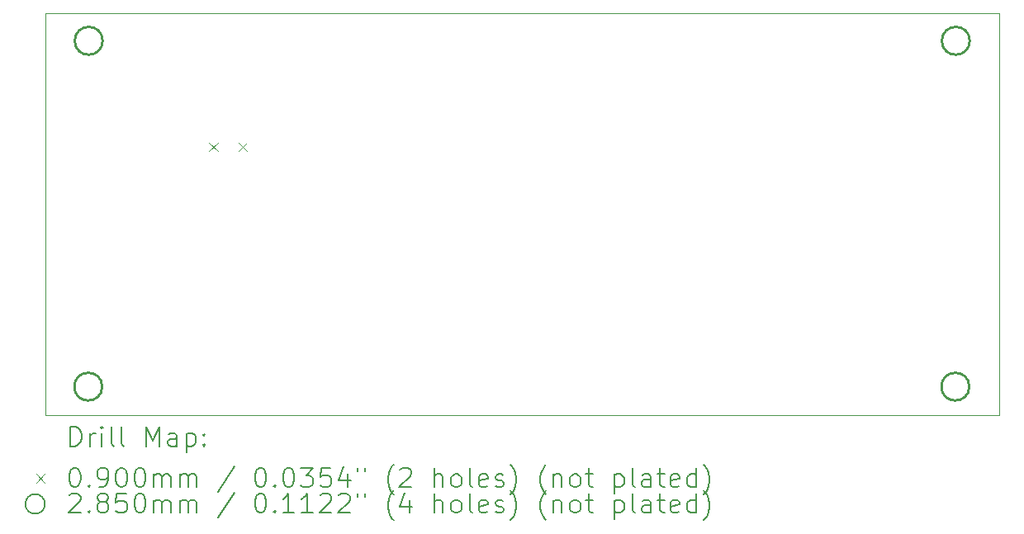
<source format=gbr>
%TF.GenerationSoftware,KiCad,Pcbnew,8.0.6-8.0.6-0~ubuntu24.04.1*%
%TF.CreationDate,2024-11-30T23:26:55+01:00*%
%TF.ProjectId,qlexternal512kram_MIX,716c6578-7465-4726-9e61-6c3531326b72,3*%
%TF.SameCoordinates,Original*%
%TF.FileFunction,Drillmap*%
%TF.FilePolarity,Positive*%
%FSLAX45Y45*%
G04 Gerber Fmt 4.5, Leading zero omitted, Abs format (unit mm)*
G04 Created by KiCad (PCBNEW 8.0.6-8.0.6-0~ubuntu24.04.1) date 2024-11-30 23:26:55*
%MOMM*%
%LPD*%
G01*
G04 APERTURE LIST*
%ADD10C,0.100000*%
%ADD11C,0.200000*%
%ADD12C,0.285000*%
G04 APERTURE END LIST*
D10*
X9280500Y-5237500D02*
X19059500Y-5237500D01*
X19059500Y-9366500D01*
X9280500Y-9366500D01*
X9280500Y-5237500D01*
D11*
D10*
X10959000Y-6568500D02*
X11049000Y-6658500D01*
X11049000Y-6568500D02*
X10959000Y-6658500D01*
X11259000Y-6568500D02*
X11349000Y-6658500D01*
X11349000Y-6568500D02*
X11259000Y-6658500D01*
D12*
X9862500Y-9072000D02*
G75*
G02*
X9577500Y-9072000I-142500J0D01*
G01*
X9577500Y-9072000D02*
G75*
G02*
X9862500Y-9072000I142500J0D01*
G01*
X9867500Y-5524500D02*
G75*
G02*
X9582500Y-5524500I-142500J0D01*
G01*
X9582500Y-5524500D02*
G75*
G02*
X9867500Y-5524500I142500J0D01*
G01*
X18752500Y-9072000D02*
G75*
G02*
X18467500Y-9072000I-142500J0D01*
G01*
X18467500Y-9072000D02*
G75*
G02*
X18752500Y-9072000I142500J0D01*
G01*
X18757500Y-5524500D02*
G75*
G02*
X18472500Y-5524500I-142500J0D01*
G01*
X18472500Y-5524500D02*
G75*
G02*
X18757500Y-5524500I142500J0D01*
G01*
D11*
X9536277Y-9682984D02*
X9536277Y-9482984D01*
X9536277Y-9482984D02*
X9583896Y-9482984D01*
X9583896Y-9482984D02*
X9612467Y-9492508D01*
X9612467Y-9492508D02*
X9631515Y-9511555D01*
X9631515Y-9511555D02*
X9641039Y-9530603D01*
X9641039Y-9530603D02*
X9650563Y-9568698D01*
X9650563Y-9568698D02*
X9650563Y-9597270D01*
X9650563Y-9597270D02*
X9641039Y-9635365D01*
X9641039Y-9635365D02*
X9631515Y-9654412D01*
X9631515Y-9654412D02*
X9612467Y-9673460D01*
X9612467Y-9673460D02*
X9583896Y-9682984D01*
X9583896Y-9682984D02*
X9536277Y-9682984D01*
X9736277Y-9682984D02*
X9736277Y-9549650D01*
X9736277Y-9587746D02*
X9745801Y-9568698D01*
X9745801Y-9568698D02*
X9755324Y-9559174D01*
X9755324Y-9559174D02*
X9774372Y-9549650D01*
X9774372Y-9549650D02*
X9793420Y-9549650D01*
X9860086Y-9682984D02*
X9860086Y-9549650D01*
X9860086Y-9482984D02*
X9850563Y-9492508D01*
X9850563Y-9492508D02*
X9860086Y-9502031D01*
X9860086Y-9502031D02*
X9869610Y-9492508D01*
X9869610Y-9492508D02*
X9860086Y-9482984D01*
X9860086Y-9482984D02*
X9860086Y-9502031D01*
X9983896Y-9682984D02*
X9964848Y-9673460D01*
X9964848Y-9673460D02*
X9955324Y-9654412D01*
X9955324Y-9654412D02*
X9955324Y-9482984D01*
X10088658Y-9682984D02*
X10069610Y-9673460D01*
X10069610Y-9673460D02*
X10060086Y-9654412D01*
X10060086Y-9654412D02*
X10060086Y-9482984D01*
X10317229Y-9682984D02*
X10317229Y-9482984D01*
X10317229Y-9482984D02*
X10383896Y-9625841D01*
X10383896Y-9625841D02*
X10450563Y-9482984D01*
X10450563Y-9482984D02*
X10450563Y-9682984D01*
X10631515Y-9682984D02*
X10631515Y-9578222D01*
X10631515Y-9578222D02*
X10621991Y-9559174D01*
X10621991Y-9559174D02*
X10602944Y-9549650D01*
X10602944Y-9549650D02*
X10564848Y-9549650D01*
X10564848Y-9549650D02*
X10545801Y-9559174D01*
X10631515Y-9673460D02*
X10612467Y-9682984D01*
X10612467Y-9682984D02*
X10564848Y-9682984D01*
X10564848Y-9682984D02*
X10545801Y-9673460D01*
X10545801Y-9673460D02*
X10536277Y-9654412D01*
X10536277Y-9654412D02*
X10536277Y-9635365D01*
X10536277Y-9635365D02*
X10545801Y-9616317D01*
X10545801Y-9616317D02*
X10564848Y-9606793D01*
X10564848Y-9606793D02*
X10612467Y-9606793D01*
X10612467Y-9606793D02*
X10631515Y-9597270D01*
X10726753Y-9549650D02*
X10726753Y-9749650D01*
X10726753Y-9559174D02*
X10745801Y-9549650D01*
X10745801Y-9549650D02*
X10783896Y-9549650D01*
X10783896Y-9549650D02*
X10802944Y-9559174D01*
X10802944Y-9559174D02*
X10812467Y-9568698D01*
X10812467Y-9568698D02*
X10821991Y-9587746D01*
X10821991Y-9587746D02*
X10821991Y-9644889D01*
X10821991Y-9644889D02*
X10812467Y-9663936D01*
X10812467Y-9663936D02*
X10802944Y-9673460D01*
X10802944Y-9673460D02*
X10783896Y-9682984D01*
X10783896Y-9682984D02*
X10745801Y-9682984D01*
X10745801Y-9682984D02*
X10726753Y-9673460D01*
X10907705Y-9663936D02*
X10917229Y-9673460D01*
X10917229Y-9673460D02*
X10907705Y-9682984D01*
X10907705Y-9682984D02*
X10898182Y-9673460D01*
X10898182Y-9673460D02*
X10907705Y-9663936D01*
X10907705Y-9663936D02*
X10907705Y-9682984D01*
X10907705Y-9559174D02*
X10917229Y-9568698D01*
X10917229Y-9568698D02*
X10907705Y-9578222D01*
X10907705Y-9578222D02*
X10898182Y-9568698D01*
X10898182Y-9568698D02*
X10907705Y-9559174D01*
X10907705Y-9559174D02*
X10907705Y-9578222D01*
D10*
X9185500Y-9966500D02*
X9275500Y-10056500D01*
X9275500Y-9966500D02*
X9185500Y-10056500D01*
D11*
X9574372Y-9902984D02*
X9593420Y-9902984D01*
X9593420Y-9902984D02*
X9612467Y-9912508D01*
X9612467Y-9912508D02*
X9621991Y-9922031D01*
X9621991Y-9922031D02*
X9631515Y-9941079D01*
X9631515Y-9941079D02*
X9641039Y-9979174D01*
X9641039Y-9979174D02*
X9641039Y-10026793D01*
X9641039Y-10026793D02*
X9631515Y-10064889D01*
X9631515Y-10064889D02*
X9621991Y-10083936D01*
X9621991Y-10083936D02*
X9612467Y-10093460D01*
X9612467Y-10093460D02*
X9593420Y-10102984D01*
X9593420Y-10102984D02*
X9574372Y-10102984D01*
X9574372Y-10102984D02*
X9555324Y-10093460D01*
X9555324Y-10093460D02*
X9545801Y-10083936D01*
X9545801Y-10083936D02*
X9536277Y-10064889D01*
X9536277Y-10064889D02*
X9526753Y-10026793D01*
X9526753Y-10026793D02*
X9526753Y-9979174D01*
X9526753Y-9979174D02*
X9536277Y-9941079D01*
X9536277Y-9941079D02*
X9545801Y-9922031D01*
X9545801Y-9922031D02*
X9555324Y-9912508D01*
X9555324Y-9912508D02*
X9574372Y-9902984D01*
X9726753Y-10083936D02*
X9736277Y-10093460D01*
X9736277Y-10093460D02*
X9726753Y-10102984D01*
X9726753Y-10102984D02*
X9717229Y-10093460D01*
X9717229Y-10093460D02*
X9726753Y-10083936D01*
X9726753Y-10083936D02*
X9726753Y-10102984D01*
X9831515Y-10102984D02*
X9869610Y-10102984D01*
X9869610Y-10102984D02*
X9888658Y-10093460D01*
X9888658Y-10093460D02*
X9898182Y-10083936D01*
X9898182Y-10083936D02*
X9917229Y-10055365D01*
X9917229Y-10055365D02*
X9926753Y-10017270D01*
X9926753Y-10017270D02*
X9926753Y-9941079D01*
X9926753Y-9941079D02*
X9917229Y-9922031D01*
X9917229Y-9922031D02*
X9907705Y-9912508D01*
X9907705Y-9912508D02*
X9888658Y-9902984D01*
X9888658Y-9902984D02*
X9850563Y-9902984D01*
X9850563Y-9902984D02*
X9831515Y-9912508D01*
X9831515Y-9912508D02*
X9821991Y-9922031D01*
X9821991Y-9922031D02*
X9812467Y-9941079D01*
X9812467Y-9941079D02*
X9812467Y-9988698D01*
X9812467Y-9988698D02*
X9821991Y-10007746D01*
X9821991Y-10007746D02*
X9831515Y-10017270D01*
X9831515Y-10017270D02*
X9850563Y-10026793D01*
X9850563Y-10026793D02*
X9888658Y-10026793D01*
X9888658Y-10026793D02*
X9907705Y-10017270D01*
X9907705Y-10017270D02*
X9917229Y-10007746D01*
X9917229Y-10007746D02*
X9926753Y-9988698D01*
X10050563Y-9902984D02*
X10069610Y-9902984D01*
X10069610Y-9902984D02*
X10088658Y-9912508D01*
X10088658Y-9912508D02*
X10098182Y-9922031D01*
X10098182Y-9922031D02*
X10107705Y-9941079D01*
X10107705Y-9941079D02*
X10117229Y-9979174D01*
X10117229Y-9979174D02*
X10117229Y-10026793D01*
X10117229Y-10026793D02*
X10107705Y-10064889D01*
X10107705Y-10064889D02*
X10098182Y-10083936D01*
X10098182Y-10083936D02*
X10088658Y-10093460D01*
X10088658Y-10093460D02*
X10069610Y-10102984D01*
X10069610Y-10102984D02*
X10050563Y-10102984D01*
X10050563Y-10102984D02*
X10031515Y-10093460D01*
X10031515Y-10093460D02*
X10021991Y-10083936D01*
X10021991Y-10083936D02*
X10012467Y-10064889D01*
X10012467Y-10064889D02*
X10002944Y-10026793D01*
X10002944Y-10026793D02*
X10002944Y-9979174D01*
X10002944Y-9979174D02*
X10012467Y-9941079D01*
X10012467Y-9941079D02*
X10021991Y-9922031D01*
X10021991Y-9922031D02*
X10031515Y-9912508D01*
X10031515Y-9912508D02*
X10050563Y-9902984D01*
X10241039Y-9902984D02*
X10260086Y-9902984D01*
X10260086Y-9902984D02*
X10279134Y-9912508D01*
X10279134Y-9912508D02*
X10288658Y-9922031D01*
X10288658Y-9922031D02*
X10298182Y-9941079D01*
X10298182Y-9941079D02*
X10307705Y-9979174D01*
X10307705Y-9979174D02*
X10307705Y-10026793D01*
X10307705Y-10026793D02*
X10298182Y-10064889D01*
X10298182Y-10064889D02*
X10288658Y-10083936D01*
X10288658Y-10083936D02*
X10279134Y-10093460D01*
X10279134Y-10093460D02*
X10260086Y-10102984D01*
X10260086Y-10102984D02*
X10241039Y-10102984D01*
X10241039Y-10102984D02*
X10221991Y-10093460D01*
X10221991Y-10093460D02*
X10212467Y-10083936D01*
X10212467Y-10083936D02*
X10202944Y-10064889D01*
X10202944Y-10064889D02*
X10193420Y-10026793D01*
X10193420Y-10026793D02*
X10193420Y-9979174D01*
X10193420Y-9979174D02*
X10202944Y-9941079D01*
X10202944Y-9941079D02*
X10212467Y-9922031D01*
X10212467Y-9922031D02*
X10221991Y-9912508D01*
X10221991Y-9912508D02*
X10241039Y-9902984D01*
X10393420Y-10102984D02*
X10393420Y-9969650D01*
X10393420Y-9988698D02*
X10402944Y-9979174D01*
X10402944Y-9979174D02*
X10421991Y-9969650D01*
X10421991Y-9969650D02*
X10450563Y-9969650D01*
X10450563Y-9969650D02*
X10469610Y-9979174D01*
X10469610Y-9979174D02*
X10479134Y-9998222D01*
X10479134Y-9998222D02*
X10479134Y-10102984D01*
X10479134Y-9998222D02*
X10488658Y-9979174D01*
X10488658Y-9979174D02*
X10507705Y-9969650D01*
X10507705Y-9969650D02*
X10536277Y-9969650D01*
X10536277Y-9969650D02*
X10555325Y-9979174D01*
X10555325Y-9979174D02*
X10564848Y-9998222D01*
X10564848Y-9998222D02*
X10564848Y-10102984D01*
X10660086Y-10102984D02*
X10660086Y-9969650D01*
X10660086Y-9988698D02*
X10669610Y-9979174D01*
X10669610Y-9979174D02*
X10688658Y-9969650D01*
X10688658Y-9969650D02*
X10717229Y-9969650D01*
X10717229Y-9969650D02*
X10736277Y-9979174D01*
X10736277Y-9979174D02*
X10745801Y-9998222D01*
X10745801Y-9998222D02*
X10745801Y-10102984D01*
X10745801Y-9998222D02*
X10755325Y-9979174D01*
X10755325Y-9979174D02*
X10774372Y-9969650D01*
X10774372Y-9969650D02*
X10802944Y-9969650D01*
X10802944Y-9969650D02*
X10821991Y-9979174D01*
X10821991Y-9979174D02*
X10831515Y-9998222D01*
X10831515Y-9998222D02*
X10831515Y-10102984D01*
X11221991Y-9893460D02*
X11050563Y-10150603D01*
X11479134Y-9902984D02*
X11498182Y-9902984D01*
X11498182Y-9902984D02*
X11517229Y-9912508D01*
X11517229Y-9912508D02*
X11526753Y-9922031D01*
X11526753Y-9922031D02*
X11536277Y-9941079D01*
X11536277Y-9941079D02*
X11545801Y-9979174D01*
X11545801Y-9979174D02*
X11545801Y-10026793D01*
X11545801Y-10026793D02*
X11536277Y-10064889D01*
X11536277Y-10064889D02*
X11526753Y-10083936D01*
X11526753Y-10083936D02*
X11517229Y-10093460D01*
X11517229Y-10093460D02*
X11498182Y-10102984D01*
X11498182Y-10102984D02*
X11479134Y-10102984D01*
X11479134Y-10102984D02*
X11460086Y-10093460D01*
X11460086Y-10093460D02*
X11450563Y-10083936D01*
X11450563Y-10083936D02*
X11441039Y-10064889D01*
X11441039Y-10064889D02*
X11431515Y-10026793D01*
X11431515Y-10026793D02*
X11431515Y-9979174D01*
X11431515Y-9979174D02*
X11441039Y-9941079D01*
X11441039Y-9941079D02*
X11450563Y-9922031D01*
X11450563Y-9922031D02*
X11460086Y-9912508D01*
X11460086Y-9912508D02*
X11479134Y-9902984D01*
X11631515Y-10083936D02*
X11641039Y-10093460D01*
X11641039Y-10093460D02*
X11631515Y-10102984D01*
X11631515Y-10102984D02*
X11621991Y-10093460D01*
X11621991Y-10093460D02*
X11631515Y-10083936D01*
X11631515Y-10083936D02*
X11631515Y-10102984D01*
X11764848Y-9902984D02*
X11783896Y-9902984D01*
X11783896Y-9902984D02*
X11802944Y-9912508D01*
X11802944Y-9912508D02*
X11812467Y-9922031D01*
X11812467Y-9922031D02*
X11821991Y-9941079D01*
X11821991Y-9941079D02*
X11831515Y-9979174D01*
X11831515Y-9979174D02*
X11831515Y-10026793D01*
X11831515Y-10026793D02*
X11821991Y-10064889D01*
X11821991Y-10064889D02*
X11812467Y-10083936D01*
X11812467Y-10083936D02*
X11802944Y-10093460D01*
X11802944Y-10093460D02*
X11783896Y-10102984D01*
X11783896Y-10102984D02*
X11764848Y-10102984D01*
X11764848Y-10102984D02*
X11745801Y-10093460D01*
X11745801Y-10093460D02*
X11736277Y-10083936D01*
X11736277Y-10083936D02*
X11726753Y-10064889D01*
X11726753Y-10064889D02*
X11717229Y-10026793D01*
X11717229Y-10026793D02*
X11717229Y-9979174D01*
X11717229Y-9979174D02*
X11726753Y-9941079D01*
X11726753Y-9941079D02*
X11736277Y-9922031D01*
X11736277Y-9922031D02*
X11745801Y-9912508D01*
X11745801Y-9912508D02*
X11764848Y-9902984D01*
X11898182Y-9902984D02*
X12021991Y-9902984D01*
X12021991Y-9902984D02*
X11955325Y-9979174D01*
X11955325Y-9979174D02*
X11983896Y-9979174D01*
X11983896Y-9979174D02*
X12002944Y-9988698D01*
X12002944Y-9988698D02*
X12012467Y-9998222D01*
X12012467Y-9998222D02*
X12021991Y-10017270D01*
X12021991Y-10017270D02*
X12021991Y-10064889D01*
X12021991Y-10064889D02*
X12012467Y-10083936D01*
X12012467Y-10083936D02*
X12002944Y-10093460D01*
X12002944Y-10093460D02*
X11983896Y-10102984D01*
X11983896Y-10102984D02*
X11926753Y-10102984D01*
X11926753Y-10102984D02*
X11907706Y-10093460D01*
X11907706Y-10093460D02*
X11898182Y-10083936D01*
X12202944Y-9902984D02*
X12107706Y-9902984D01*
X12107706Y-9902984D02*
X12098182Y-9998222D01*
X12098182Y-9998222D02*
X12107706Y-9988698D01*
X12107706Y-9988698D02*
X12126753Y-9979174D01*
X12126753Y-9979174D02*
X12174372Y-9979174D01*
X12174372Y-9979174D02*
X12193420Y-9988698D01*
X12193420Y-9988698D02*
X12202944Y-9998222D01*
X12202944Y-9998222D02*
X12212467Y-10017270D01*
X12212467Y-10017270D02*
X12212467Y-10064889D01*
X12212467Y-10064889D02*
X12202944Y-10083936D01*
X12202944Y-10083936D02*
X12193420Y-10093460D01*
X12193420Y-10093460D02*
X12174372Y-10102984D01*
X12174372Y-10102984D02*
X12126753Y-10102984D01*
X12126753Y-10102984D02*
X12107706Y-10093460D01*
X12107706Y-10093460D02*
X12098182Y-10083936D01*
X12383896Y-9969650D02*
X12383896Y-10102984D01*
X12336277Y-9893460D02*
X12288658Y-10036317D01*
X12288658Y-10036317D02*
X12412467Y-10036317D01*
X12479134Y-9902984D02*
X12479134Y-9941079D01*
X12555325Y-9902984D02*
X12555325Y-9941079D01*
X12850563Y-10179174D02*
X12841039Y-10169650D01*
X12841039Y-10169650D02*
X12821991Y-10141079D01*
X12821991Y-10141079D02*
X12812468Y-10122031D01*
X12812468Y-10122031D02*
X12802944Y-10093460D01*
X12802944Y-10093460D02*
X12793420Y-10045841D01*
X12793420Y-10045841D02*
X12793420Y-10007746D01*
X12793420Y-10007746D02*
X12802944Y-9960127D01*
X12802944Y-9960127D02*
X12812468Y-9931555D01*
X12812468Y-9931555D02*
X12821991Y-9912508D01*
X12821991Y-9912508D02*
X12841039Y-9883936D01*
X12841039Y-9883936D02*
X12850563Y-9874412D01*
X12917229Y-9922031D02*
X12926753Y-9912508D01*
X12926753Y-9912508D02*
X12945801Y-9902984D01*
X12945801Y-9902984D02*
X12993420Y-9902984D01*
X12993420Y-9902984D02*
X13012468Y-9912508D01*
X13012468Y-9912508D02*
X13021991Y-9922031D01*
X13021991Y-9922031D02*
X13031515Y-9941079D01*
X13031515Y-9941079D02*
X13031515Y-9960127D01*
X13031515Y-9960127D02*
X13021991Y-9988698D01*
X13021991Y-9988698D02*
X12907706Y-10102984D01*
X12907706Y-10102984D02*
X13031515Y-10102984D01*
X13269610Y-10102984D02*
X13269610Y-9902984D01*
X13355325Y-10102984D02*
X13355325Y-9998222D01*
X13355325Y-9998222D02*
X13345801Y-9979174D01*
X13345801Y-9979174D02*
X13326753Y-9969650D01*
X13326753Y-9969650D02*
X13298182Y-9969650D01*
X13298182Y-9969650D02*
X13279134Y-9979174D01*
X13279134Y-9979174D02*
X13269610Y-9988698D01*
X13479134Y-10102984D02*
X13460087Y-10093460D01*
X13460087Y-10093460D02*
X13450563Y-10083936D01*
X13450563Y-10083936D02*
X13441039Y-10064889D01*
X13441039Y-10064889D02*
X13441039Y-10007746D01*
X13441039Y-10007746D02*
X13450563Y-9988698D01*
X13450563Y-9988698D02*
X13460087Y-9979174D01*
X13460087Y-9979174D02*
X13479134Y-9969650D01*
X13479134Y-9969650D02*
X13507706Y-9969650D01*
X13507706Y-9969650D02*
X13526753Y-9979174D01*
X13526753Y-9979174D02*
X13536277Y-9988698D01*
X13536277Y-9988698D02*
X13545801Y-10007746D01*
X13545801Y-10007746D02*
X13545801Y-10064889D01*
X13545801Y-10064889D02*
X13536277Y-10083936D01*
X13536277Y-10083936D02*
X13526753Y-10093460D01*
X13526753Y-10093460D02*
X13507706Y-10102984D01*
X13507706Y-10102984D02*
X13479134Y-10102984D01*
X13660087Y-10102984D02*
X13641039Y-10093460D01*
X13641039Y-10093460D02*
X13631515Y-10074412D01*
X13631515Y-10074412D02*
X13631515Y-9902984D01*
X13812468Y-10093460D02*
X13793420Y-10102984D01*
X13793420Y-10102984D02*
X13755325Y-10102984D01*
X13755325Y-10102984D02*
X13736277Y-10093460D01*
X13736277Y-10093460D02*
X13726753Y-10074412D01*
X13726753Y-10074412D02*
X13726753Y-9998222D01*
X13726753Y-9998222D02*
X13736277Y-9979174D01*
X13736277Y-9979174D02*
X13755325Y-9969650D01*
X13755325Y-9969650D02*
X13793420Y-9969650D01*
X13793420Y-9969650D02*
X13812468Y-9979174D01*
X13812468Y-9979174D02*
X13821991Y-9998222D01*
X13821991Y-9998222D02*
X13821991Y-10017270D01*
X13821991Y-10017270D02*
X13726753Y-10036317D01*
X13898182Y-10093460D02*
X13917230Y-10102984D01*
X13917230Y-10102984D02*
X13955325Y-10102984D01*
X13955325Y-10102984D02*
X13974372Y-10093460D01*
X13974372Y-10093460D02*
X13983896Y-10074412D01*
X13983896Y-10074412D02*
X13983896Y-10064889D01*
X13983896Y-10064889D02*
X13974372Y-10045841D01*
X13974372Y-10045841D02*
X13955325Y-10036317D01*
X13955325Y-10036317D02*
X13926753Y-10036317D01*
X13926753Y-10036317D02*
X13907706Y-10026793D01*
X13907706Y-10026793D02*
X13898182Y-10007746D01*
X13898182Y-10007746D02*
X13898182Y-9998222D01*
X13898182Y-9998222D02*
X13907706Y-9979174D01*
X13907706Y-9979174D02*
X13926753Y-9969650D01*
X13926753Y-9969650D02*
X13955325Y-9969650D01*
X13955325Y-9969650D02*
X13974372Y-9979174D01*
X14050563Y-10179174D02*
X14060087Y-10169650D01*
X14060087Y-10169650D02*
X14079134Y-10141079D01*
X14079134Y-10141079D02*
X14088658Y-10122031D01*
X14088658Y-10122031D02*
X14098182Y-10093460D01*
X14098182Y-10093460D02*
X14107706Y-10045841D01*
X14107706Y-10045841D02*
X14107706Y-10007746D01*
X14107706Y-10007746D02*
X14098182Y-9960127D01*
X14098182Y-9960127D02*
X14088658Y-9931555D01*
X14088658Y-9931555D02*
X14079134Y-9912508D01*
X14079134Y-9912508D02*
X14060087Y-9883936D01*
X14060087Y-9883936D02*
X14050563Y-9874412D01*
X14412468Y-10179174D02*
X14402944Y-10169650D01*
X14402944Y-10169650D02*
X14383896Y-10141079D01*
X14383896Y-10141079D02*
X14374372Y-10122031D01*
X14374372Y-10122031D02*
X14364849Y-10093460D01*
X14364849Y-10093460D02*
X14355325Y-10045841D01*
X14355325Y-10045841D02*
X14355325Y-10007746D01*
X14355325Y-10007746D02*
X14364849Y-9960127D01*
X14364849Y-9960127D02*
X14374372Y-9931555D01*
X14374372Y-9931555D02*
X14383896Y-9912508D01*
X14383896Y-9912508D02*
X14402944Y-9883936D01*
X14402944Y-9883936D02*
X14412468Y-9874412D01*
X14488658Y-9969650D02*
X14488658Y-10102984D01*
X14488658Y-9988698D02*
X14498182Y-9979174D01*
X14498182Y-9979174D02*
X14517230Y-9969650D01*
X14517230Y-9969650D02*
X14545801Y-9969650D01*
X14545801Y-9969650D02*
X14564849Y-9979174D01*
X14564849Y-9979174D02*
X14574372Y-9998222D01*
X14574372Y-9998222D02*
X14574372Y-10102984D01*
X14698182Y-10102984D02*
X14679134Y-10093460D01*
X14679134Y-10093460D02*
X14669611Y-10083936D01*
X14669611Y-10083936D02*
X14660087Y-10064889D01*
X14660087Y-10064889D02*
X14660087Y-10007746D01*
X14660087Y-10007746D02*
X14669611Y-9988698D01*
X14669611Y-9988698D02*
X14679134Y-9979174D01*
X14679134Y-9979174D02*
X14698182Y-9969650D01*
X14698182Y-9969650D02*
X14726753Y-9969650D01*
X14726753Y-9969650D02*
X14745801Y-9979174D01*
X14745801Y-9979174D02*
X14755325Y-9988698D01*
X14755325Y-9988698D02*
X14764849Y-10007746D01*
X14764849Y-10007746D02*
X14764849Y-10064889D01*
X14764849Y-10064889D02*
X14755325Y-10083936D01*
X14755325Y-10083936D02*
X14745801Y-10093460D01*
X14745801Y-10093460D02*
X14726753Y-10102984D01*
X14726753Y-10102984D02*
X14698182Y-10102984D01*
X14821992Y-9969650D02*
X14898182Y-9969650D01*
X14850563Y-9902984D02*
X14850563Y-10074412D01*
X14850563Y-10074412D02*
X14860087Y-10093460D01*
X14860087Y-10093460D02*
X14879134Y-10102984D01*
X14879134Y-10102984D02*
X14898182Y-10102984D01*
X15117230Y-9969650D02*
X15117230Y-10169650D01*
X15117230Y-9979174D02*
X15136277Y-9969650D01*
X15136277Y-9969650D02*
X15174373Y-9969650D01*
X15174373Y-9969650D02*
X15193420Y-9979174D01*
X15193420Y-9979174D02*
X15202944Y-9988698D01*
X15202944Y-9988698D02*
X15212468Y-10007746D01*
X15212468Y-10007746D02*
X15212468Y-10064889D01*
X15212468Y-10064889D02*
X15202944Y-10083936D01*
X15202944Y-10083936D02*
X15193420Y-10093460D01*
X15193420Y-10093460D02*
X15174373Y-10102984D01*
X15174373Y-10102984D02*
X15136277Y-10102984D01*
X15136277Y-10102984D02*
X15117230Y-10093460D01*
X15326753Y-10102984D02*
X15307706Y-10093460D01*
X15307706Y-10093460D02*
X15298182Y-10074412D01*
X15298182Y-10074412D02*
X15298182Y-9902984D01*
X15488658Y-10102984D02*
X15488658Y-9998222D01*
X15488658Y-9998222D02*
X15479134Y-9979174D01*
X15479134Y-9979174D02*
X15460087Y-9969650D01*
X15460087Y-9969650D02*
X15421992Y-9969650D01*
X15421992Y-9969650D02*
X15402944Y-9979174D01*
X15488658Y-10093460D02*
X15469611Y-10102984D01*
X15469611Y-10102984D02*
X15421992Y-10102984D01*
X15421992Y-10102984D02*
X15402944Y-10093460D01*
X15402944Y-10093460D02*
X15393420Y-10074412D01*
X15393420Y-10074412D02*
X15393420Y-10055365D01*
X15393420Y-10055365D02*
X15402944Y-10036317D01*
X15402944Y-10036317D02*
X15421992Y-10026793D01*
X15421992Y-10026793D02*
X15469611Y-10026793D01*
X15469611Y-10026793D02*
X15488658Y-10017270D01*
X15555325Y-9969650D02*
X15631515Y-9969650D01*
X15583896Y-9902984D02*
X15583896Y-10074412D01*
X15583896Y-10074412D02*
X15593420Y-10093460D01*
X15593420Y-10093460D02*
X15612468Y-10102984D01*
X15612468Y-10102984D02*
X15631515Y-10102984D01*
X15774373Y-10093460D02*
X15755325Y-10102984D01*
X15755325Y-10102984D02*
X15717230Y-10102984D01*
X15717230Y-10102984D02*
X15698182Y-10093460D01*
X15698182Y-10093460D02*
X15688658Y-10074412D01*
X15688658Y-10074412D02*
X15688658Y-9998222D01*
X15688658Y-9998222D02*
X15698182Y-9979174D01*
X15698182Y-9979174D02*
X15717230Y-9969650D01*
X15717230Y-9969650D02*
X15755325Y-9969650D01*
X15755325Y-9969650D02*
X15774373Y-9979174D01*
X15774373Y-9979174D02*
X15783896Y-9998222D01*
X15783896Y-9998222D02*
X15783896Y-10017270D01*
X15783896Y-10017270D02*
X15688658Y-10036317D01*
X15955325Y-10102984D02*
X15955325Y-9902984D01*
X15955325Y-10093460D02*
X15936277Y-10102984D01*
X15936277Y-10102984D02*
X15898182Y-10102984D01*
X15898182Y-10102984D02*
X15879134Y-10093460D01*
X15879134Y-10093460D02*
X15869611Y-10083936D01*
X15869611Y-10083936D02*
X15860087Y-10064889D01*
X15860087Y-10064889D02*
X15860087Y-10007746D01*
X15860087Y-10007746D02*
X15869611Y-9988698D01*
X15869611Y-9988698D02*
X15879134Y-9979174D01*
X15879134Y-9979174D02*
X15898182Y-9969650D01*
X15898182Y-9969650D02*
X15936277Y-9969650D01*
X15936277Y-9969650D02*
X15955325Y-9979174D01*
X16031515Y-10179174D02*
X16041039Y-10169650D01*
X16041039Y-10169650D02*
X16060087Y-10141079D01*
X16060087Y-10141079D02*
X16069611Y-10122031D01*
X16069611Y-10122031D02*
X16079134Y-10093460D01*
X16079134Y-10093460D02*
X16088658Y-10045841D01*
X16088658Y-10045841D02*
X16088658Y-10007746D01*
X16088658Y-10007746D02*
X16079134Y-9960127D01*
X16079134Y-9960127D02*
X16069611Y-9931555D01*
X16069611Y-9931555D02*
X16060087Y-9912508D01*
X16060087Y-9912508D02*
X16041039Y-9883936D01*
X16041039Y-9883936D02*
X16031515Y-9874412D01*
X9275500Y-10275500D02*
G75*
G02*
X9075500Y-10275500I-100000J0D01*
G01*
X9075500Y-10275500D02*
G75*
G02*
X9275500Y-10275500I100000J0D01*
G01*
X9526753Y-10186031D02*
X9536277Y-10176508D01*
X9536277Y-10176508D02*
X9555324Y-10166984D01*
X9555324Y-10166984D02*
X9602944Y-10166984D01*
X9602944Y-10166984D02*
X9621991Y-10176508D01*
X9621991Y-10176508D02*
X9631515Y-10186031D01*
X9631515Y-10186031D02*
X9641039Y-10205079D01*
X9641039Y-10205079D02*
X9641039Y-10224127D01*
X9641039Y-10224127D02*
X9631515Y-10252698D01*
X9631515Y-10252698D02*
X9517229Y-10366984D01*
X9517229Y-10366984D02*
X9641039Y-10366984D01*
X9726753Y-10347936D02*
X9736277Y-10357460D01*
X9736277Y-10357460D02*
X9726753Y-10366984D01*
X9726753Y-10366984D02*
X9717229Y-10357460D01*
X9717229Y-10357460D02*
X9726753Y-10347936D01*
X9726753Y-10347936D02*
X9726753Y-10366984D01*
X9850563Y-10252698D02*
X9831515Y-10243174D01*
X9831515Y-10243174D02*
X9821991Y-10233650D01*
X9821991Y-10233650D02*
X9812467Y-10214603D01*
X9812467Y-10214603D02*
X9812467Y-10205079D01*
X9812467Y-10205079D02*
X9821991Y-10186031D01*
X9821991Y-10186031D02*
X9831515Y-10176508D01*
X9831515Y-10176508D02*
X9850563Y-10166984D01*
X9850563Y-10166984D02*
X9888658Y-10166984D01*
X9888658Y-10166984D02*
X9907705Y-10176508D01*
X9907705Y-10176508D02*
X9917229Y-10186031D01*
X9917229Y-10186031D02*
X9926753Y-10205079D01*
X9926753Y-10205079D02*
X9926753Y-10214603D01*
X9926753Y-10214603D02*
X9917229Y-10233650D01*
X9917229Y-10233650D02*
X9907705Y-10243174D01*
X9907705Y-10243174D02*
X9888658Y-10252698D01*
X9888658Y-10252698D02*
X9850563Y-10252698D01*
X9850563Y-10252698D02*
X9831515Y-10262222D01*
X9831515Y-10262222D02*
X9821991Y-10271746D01*
X9821991Y-10271746D02*
X9812467Y-10290793D01*
X9812467Y-10290793D02*
X9812467Y-10328889D01*
X9812467Y-10328889D02*
X9821991Y-10347936D01*
X9821991Y-10347936D02*
X9831515Y-10357460D01*
X9831515Y-10357460D02*
X9850563Y-10366984D01*
X9850563Y-10366984D02*
X9888658Y-10366984D01*
X9888658Y-10366984D02*
X9907705Y-10357460D01*
X9907705Y-10357460D02*
X9917229Y-10347936D01*
X9917229Y-10347936D02*
X9926753Y-10328889D01*
X9926753Y-10328889D02*
X9926753Y-10290793D01*
X9926753Y-10290793D02*
X9917229Y-10271746D01*
X9917229Y-10271746D02*
X9907705Y-10262222D01*
X9907705Y-10262222D02*
X9888658Y-10252698D01*
X10107705Y-10166984D02*
X10012467Y-10166984D01*
X10012467Y-10166984D02*
X10002944Y-10262222D01*
X10002944Y-10262222D02*
X10012467Y-10252698D01*
X10012467Y-10252698D02*
X10031515Y-10243174D01*
X10031515Y-10243174D02*
X10079134Y-10243174D01*
X10079134Y-10243174D02*
X10098182Y-10252698D01*
X10098182Y-10252698D02*
X10107705Y-10262222D01*
X10107705Y-10262222D02*
X10117229Y-10281270D01*
X10117229Y-10281270D02*
X10117229Y-10328889D01*
X10117229Y-10328889D02*
X10107705Y-10347936D01*
X10107705Y-10347936D02*
X10098182Y-10357460D01*
X10098182Y-10357460D02*
X10079134Y-10366984D01*
X10079134Y-10366984D02*
X10031515Y-10366984D01*
X10031515Y-10366984D02*
X10012467Y-10357460D01*
X10012467Y-10357460D02*
X10002944Y-10347936D01*
X10241039Y-10166984D02*
X10260086Y-10166984D01*
X10260086Y-10166984D02*
X10279134Y-10176508D01*
X10279134Y-10176508D02*
X10288658Y-10186031D01*
X10288658Y-10186031D02*
X10298182Y-10205079D01*
X10298182Y-10205079D02*
X10307705Y-10243174D01*
X10307705Y-10243174D02*
X10307705Y-10290793D01*
X10307705Y-10290793D02*
X10298182Y-10328889D01*
X10298182Y-10328889D02*
X10288658Y-10347936D01*
X10288658Y-10347936D02*
X10279134Y-10357460D01*
X10279134Y-10357460D02*
X10260086Y-10366984D01*
X10260086Y-10366984D02*
X10241039Y-10366984D01*
X10241039Y-10366984D02*
X10221991Y-10357460D01*
X10221991Y-10357460D02*
X10212467Y-10347936D01*
X10212467Y-10347936D02*
X10202944Y-10328889D01*
X10202944Y-10328889D02*
X10193420Y-10290793D01*
X10193420Y-10290793D02*
X10193420Y-10243174D01*
X10193420Y-10243174D02*
X10202944Y-10205079D01*
X10202944Y-10205079D02*
X10212467Y-10186031D01*
X10212467Y-10186031D02*
X10221991Y-10176508D01*
X10221991Y-10176508D02*
X10241039Y-10166984D01*
X10393420Y-10366984D02*
X10393420Y-10233650D01*
X10393420Y-10252698D02*
X10402944Y-10243174D01*
X10402944Y-10243174D02*
X10421991Y-10233650D01*
X10421991Y-10233650D02*
X10450563Y-10233650D01*
X10450563Y-10233650D02*
X10469610Y-10243174D01*
X10469610Y-10243174D02*
X10479134Y-10262222D01*
X10479134Y-10262222D02*
X10479134Y-10366984D01*
X10479134Y-10262222D02*
X10488658Y-10243174D01*
X10488658Y-10243174D02*
X10507705Y-10233650D01*
X10507705Y-10233650D02*
X10536277Y-10233650D01*
X10536277Y-10233650D02*
X10555325Y-10243174D01*
X10555325Y-10243174D02*
X10564848Y-10262222D01*
X10564848Y-10262222D02*
X10564848Y-10366984D01*
X10660086Y-10366984D02*
X10660086Y-10233650D01*
X10660086Y-10252698D02*
X10669610Y-10243174D01*
X10669610Y-10243174D02*
X10688658Y-10233650D01*
X10688658Y-10233650D02*
X10717229Y-10233650D01*
X10717229Y-10233650D02*
X10736277Y-10243174D01*
X10736277Y-10243174D02*
X10745801Y-10262222D01*
X10745801Y-10262222D02*
X10745801Y-10366984D01*
X10745801Y-10262222D02*
X10755325Y-10243174D01*
X10755325Y-10243174D02*
X10774372Y-10233650D01*
X10774372Y-10233650D02*
X10802944Y-10233650D01*
X10802944Y-10233650D02*
X10821991Y-10243174D01*
X10821991Y-10243174D02*
X10831515Y-10262222D01*
X10831515Y-10262222D02*
X10831515Y-10366984D01*
X11221991Y-10157460D02*
X11050563Y-10414603D01*
X11479134Y-10166984D02*
X11498182Y-10166984D01*
X11498182Y-10166984D02*
X11517229Y-10176508D01*
X11517229Y-10176508D02*
X11526753Y-10186031D01*
X11526753Y-10186031D02*
X11536277Y-10205079D01*
X11536277Y-10205079D02*
X11545801Y-10243174D01*
X11545801Y-10243174D02*
X11545801Y-10290793D01*
X11545801Y-10290793D02*
X11536277Y-10328889D01*
X11536277Y-10328889D02*
X11526753Y-10347936D01*
X11526753Y-10347936D02*
X11517229Y-10357460D01*
X11517229Y-10357460D02*
X11498182Y-10366984D01*
X11498182Y-10366984D02*
X11479134Y-10366984D01*
X11479134Y-10366984D02*
X11460086Y-10357460D01*
X11460086Y-10357460D02*
X11450563Y-10347936D01*
X11450563Y-10347936D02*
X11441039Y-10328889D01*
X11441039Y-10328889D02*
X11431515Y-10290793D01*
X11431515Y-10290793D02*
X11431515Y-10243174D01*
X11431515Y-10243174D02*
X11441039Y-10205079D01*
X11441039Y-10205079D02*
X11450563Y-10186031D01*
X11450563Y-10186031D02*
X11460086Y-10176508D01*
X11460086Y-10176508D02*
X11479134Y-10166984D01*
X11631515Y-10347936D02*
X11641039Y-10357460D01*
X11641039Y-10357460D02*
X11631515Y-10366984D01*
X11631515Y-10366984D02*
X11621991Y-10357460D01*
X11621991Y-10357460D02*
X11631515Y-10347936D01*
X11631515Y-10347936D02*
X11631515Y-10366984D01*
X11831515Y-10366984D02*
X11717229Y-10366984D01*
X11774372Y-10366984D02*
X11774372Y-10166984D01*
X11774372Y-10166984D02*
X11755325Y-10195555D01*
X11755325Y-10195555D02*
X11736277Y-10214603D01*
X11736277Y-10214603D02*
X11717229Y-10224127D01*
X12021991Y-10366984D02*
X11907706Y-10366984D01*
X11964848Y-10366984D02*
X11964848Y-10166984D01*
X11964848Y-10166984D02*
X11945801Y-10195555D01*
X11945801Y-10195555D02*
X11926753Y-10214603D01*
X11926753Y-10214603D02*
X11907706Y-10224127D01*
X12098182Y-10186031D02*
X12107706Y-10176508D01*
X12107706Y-10176508D02*
X12126753Y-10166984D01*
X12126753Y-10166984D02*
X12174372Y-10166984D01*
X12174372Y-10166984D02*
X12193420Y-10176508D01*
X12193420Y-10176508D02*
X12202944Y-10186031D01*
X12202944Y-10186031D02*
X12212467Y-10205079D01*
X12212467Y-10205079D02*
X12212467Y-10224127D01*
X12212467Y-10224127D02*
X12202944Y-10252698D01*
X12202944Y-10252698D02*
X12088658Y-10366984D01*
X12088658Y-10366984D02*
X12212467Y-10366984D01*
X12288658Y-10186031D02*
X12298182Y-10176508D01*
X12298182Y-10176508D02*
X12317229Y-10166984D01*
X12317229Y-10166984D02*
X12364848Y-10166984D01*
X12364848Y-10166984D02*
X12383896Y-10176508D01*
X12383896Y-10176508D02*
X12393420Y-10186031D01*
X12393420Y-10186031D02*
X12402944Y-10205079D01*
X12402944Y-10205079D02*
X12402944Y-10224127D01*
X12402944Y-10224127D02*
X12393420Y-10252698D01*
X12393420Y-10252698D02*
X12279134Y-10366984D01*
X12279134Y-10366984D02*
X12402944Y-10366984D01*
X12479134Y-10166984D02*
X12479134Y-10205079D01*
X12555325Y-10166984D02*
X12555325Y-10205079D01*
X12850563Y-10443174D02*
X12841039Y-10433650D01*
X12841039Y-10433650D02*
X12821991Y-10405079D01*
X12821991Y-10405079D02*
X12812468Y-10386031D01*
X12812468Y-10386031D02*
X12802944Y-10357460D01*
X12802944Y-10357460D02*
X12793420Y-10309841D01*
X12793420Y-10309841D02*
X12793420Y-10271746D01*
X12793420Y-10271746D02*
X12802944Y-10224127D01*
X12802944Y-10224127D02*
X12812468Y-10195555D01*
X12812468Y-10195555D02*
X12821991Y-10176508D01*
X12821991Y-10176508D02*
X12841039Y-10147936D01*
X12841039Y-10147936D02*
X12850563Y-10138412D01*
X13012468Y-10233650D02*
X13012468Y-10366984D01*
X12964848Y-10157460D02*
X12917229Y-10300317D01*
X12917229Y-10300317D02*
X13041039Y-10300317D01*
X13269610Y-10366984D02*
X13269610Y-10166984D01*
X13355325Y-10366984D02*
X13355325Y-10262222D01*
X13355325Y-10262222D02*
X13345801Y-10243174D01*
X13345801Y-10243174D02*
X13326753Y-10233650D01*
X13326753Y-10233650D02*
X13298182Y-10233650D01*
X13298182Y-10233650D02*
X13279134Y-10243174D01*
X13279134Y-10243174D02*
X13269610Y-10252698D01*
X13479134Y-10366984D02*
X13460087Y-10357460D01*
X13460087Y-10357460D02*
X13450563Y-10347936D01*
X13450563Y-10347936D02*
X13441039Y-10328889D01*
X13441039Y-10328889D02*
X13441039Y-10271746D01*
X13441039Y-10271746D02*
X13450563Y-10252698D01*
X13450563Y-10252698D02*
X13460087Y-10243174D01*
X13460087Y-10243174D02*
X13479134Y-10233650D01*
X13479134Y-10233650D02*
X13507706Y-10233650D01*
X13507706Y-10233650D02*
X13526753Y-10243174D01*
X13526753Y-10243174D02*
X13536277Y-10252698D01*
X13536277Y-10252698D02*
X13545801Y-10271746D01*
X13545801Y-10271746D02*
X13545801Y-10328889D01*
X13545801Y-10328889D02*
X13536277Y-10347936D01*
X13536277Y-10347936D02*
X13526753Y-10357460D01*
X13526753Y-10357460D02*
X13507706Y-10366984D01*
X13507706Y-10366984D02*
X13479134Y-10366984D01*
X13660087Y-10366984D02*
X13641039Y-10357460D01*
X13641039Y-10357460D02*
X13631515Y-10338412D01*
X13631515Y-10338412D02*
X13631515Y-10166984D01*
X13812468Y-10357460D02*
X13793420Y-10366984D01*
X13793420Y-10366984D02*
X13755325Y-10366984D01*
X13755325Y-10366984D02*
X13736277Y-10357460D01*
X13736277Y-10357460D02*
X13726753Y-10338412D01*
X13726753Y-10338412D02*
X13726753Y-10262222D01*
X13726753Y-10262222D02*
X13736277Y-10243174D01*
X13736277Y-10243174D02*
X13755325Y-10233650D01*
X13755325Y-10233650D02*
X13793420Y-10233650D01*
X13793420Y-10233650D02*
X13812468Y-10243174D01*
X13812468Y-10243174D02*
X13821991Y-10262222D01*
X13821991Y-10262222D02*
X13821991Y-10281270D01*
X13821991Y-10281270D02*
X13726753Y-10300317D01*
X13898182Y-10357460D02*
X13917230Y-10366984D01*
X13917230Y-10366984D02*
X13955325Y-10366984D01*
X13955325Y-10366984D02*
X13974372Y-10357460D01*
X13974372Y-10357460D02*
X13983896Y-10338412D01*
X13983896Y-10338412D02*
X13983896Y-10328889D01*
X13983896Y-10328889D02*
X13974372Y-10309841D01*
X13974372Y-10309841D02*
X13955325Y-10300317D01*
X13955325Y-10300317D02*
X13926753Y-10300317D01*
X13926753Y-10300317D02*
X13907706Y-10290793D01*
X13907706Y-10290793D02*
X13898182Y-10271746D01*
X13898182Y-10271746D02*
X13898182Y-10262222D01*
X13898182Y-10262222D02*
X13907706Y-10243174D01*
X13907706Y-10243174D02*
X13926753Y-10233650D01*
X13926753Y-10233650D02*
X13955325Y-10233650D01*
X13955325Y-10233650D02*
X13974372Y-10243174D01*
X14050563Y-10443174D02*
X14060087Y-10433650D01*
X14060087Y-10433650D02*
X14079134Y-10405079D01*
X14079134Y-10405079D02*
X14088658Y-10386031D01*
X14088658Y-10386031D02*
X14098182Y-10357460D01*
X14098182Y-10357460D02*
X14107706Y-10309841D01*
X14107706Y-10309841D02*
X14107706Y-10271746D01*
X14107706Y-10271746D02*
X14098182Y-10224127D01*
X14098182Y-10224127D02*
X14088658Y-10195555D01*
X14088658Y-10195555D02*
X14079134Y-10176508D01*
X14079134Y-10176508D02*
X14060087Y-10147936D01*
X14060087Y-10147936D02*
X14050563Y-10138412D01*
X14412468Y-10443174D02*
X14402944Y-10433650D01*
X14402944Y-10433650D02*
X14383896Y-10405079D01*
X14383896Y-10405079D02*
X14374372Y-10386031D01*
X14374372Y-10386031D02*
X14364849Y-10357460D01*
X14364849Y-10357460D02*
X14355325Y-10309841D01*
X14355325Y-10309841D02*
X14355325Y-10271746D01*
X14355325Y-10271746D02*
X14364849Y-10224127D01*
X14364849Y-10224127D02*
X14374372Y-10195555D01*
X14374372Y-10195555D02*
X14383896Y-10176508D01*
X14383896Y-10176508D02*
X14402944Y-10147936D01*
X14402944Y-10147936D02*
X14412468Y-10138412D01*
X14488658Y-10233650D02*
X14488658Y-10366984D01*
X14488658Y-10252698D02*
X14498182Y-10243174D01*
X14498182Y-10243174D02*
X14517230Y-10233650D01*
X14517230Y-10233650D02*
X14545801Y-10233650D01*
X14545801Y-10233650D02*
X14564849Y-10243174D01*
X14564849Y-10243174D02*
X14574372Y-10262222D01*
X14574372Y-10262222D02*
X14574372Y-10366984D01*
X14698182Y-10366984D02*
X14679134Y-10357460D01*
X14679134Y-10357460D02*
X14669611Y-10347936D01*
X14669611Y-10347936D02*
X14660087Y-10328889D01*
X14660087Y-10328889D02*
X14660087Y-10271746D01*
X14660087Y-10271746D02*
X14669611Y-10252698D01*
X14669611Y-10252698D02*
X14679134Y-10243174D01*
X14679134Y-10243174D02*
X14698182Y-10233650D01*
X14698182Y-10233650D02*
X14726753Y-10233650D01*
X14726753Y-10233650D02*
X14745801Y-10243174D01*
X14745801Y-10243174D02*
X14755325Y-10252698D01*
X14755325Y-10252698D02*
X14764849Y-10271746D01*
X14764849Y-10271746D02*
X14764849Y-10328889D01*
X14764849Y-10328889D02*
X14755325Y-10347936D01*
X14755325Y-10347936D02*
X14745801Y-10357460D01*
X14745801Y-10357460D02*
X14726753Y-10366984D01*
X14726753Y-10366984D02*
X14698182Y-10366984D01*
X14821992Y-10233650D02*
X14898182Y-10233650D01*
X14850563Y-10166984D02*
X14850563Y-10338412D01*
X14850563Y-10338412D02*
X14860087Y-10357460D01*
X14860087Y-10357460D02*
X14879134Y-10366984D01*
X14879134Y-10366984D02*
X14898182Y-10366984D01*
X15117230Y-10233650D02*
X15117230Y-10433650D01*
X15117230Y-10243174D02*
X15136277Y-10233650D01*
X15136277Y-10233650D02*
X15174373Y-10233650D01*
X15174373Y-10233650D02*
X15193420Y-10243174D01*
X15193420Y-10243174D02*
X15202944Y-10252698D01*
X15202944Y-10252698D02*
X15212468Y-10271746D01*
X15212468Y-10271746D02*
X15212468Y-10328889D01*
X15212468Y-10328889D02*
X15202944Y-10347936D01*
X15202944Y-10347936D02*
X15193420Y-10357460D01*
X15193420Y-10357460D02*
X15174373Y-10366984D01*
X15174373Y-10366984D02*
X15136277Y-10366984D01*
X15136277Y-10366984D02*
X15117230Y-10357460D01*
X15326753Y-10366984D02*
X15307706Y-10357460D01*
X15307706Y-10357460D02*
X15298182Y-10338412D01*
X15298182Y-10338412D02*
X15298182Y-10166984D01*
X15488658Y-10366984D02*
X15488658Y-10262222D01*
X15488658Y-10262222D02*
X15479134Y-10243174D01*
X15479134Y-10243174D02*
X15460087Y-10233650D01*
X15460087Y-10233650D02*
X15421992Y-10233650D01*
X15421992Y-10233650D02*
X15402944Y-10243174D01*
X15488658Y-10357460D02*
X15469611Y-10366984D01*
X15469611Y-10366984D02*
X15421992Y-10366984D01*
X15421992Y-10366984D02*
X15402944Y-10357460D01*
X15402944Y-10357460D02*
X15393420Y-10338412D01*
X15393420Y-10338412D02*
X15393420Y-10319365D01*
X15393420Y-10319365D02*
X15402944Y-10300317D01*
X15402944Y-10300317D02*
X15421992Y-10290793D01*
X15421992Y-10290793D02*
X15469611Y-10290793D01*
X15469611Y-10290793D02*
X15488658Y-10281270D01*
X15555325Y-10233650D02*
X15631515Y-10233650D01*
X15583896Y-10166984D02*
X15583896Y-10338412D01*
X15583896Y-10338412D02*
X15593420Y-10357460D01*
X15593420Y-10357460D02*
X15612468Y-10366984D01*
X15612468Y-10366984D02*
X15631515Y-10366984D01*
X15774373Y-10357460D02*
X15755325Y-10366984D01*
X15755325Y-10366984D02*
X15717230Y-10366984D01*
X15717230Y-10366984D02*
X15698182Y-10357460D01*
X15698182Y-10357460D02*
X15688658Y-10338412D01*
X15688658Y-10338412D02*
X15688658Y-10262222D01*
X15688658Y-10262222D02*
X15698182Y-10243174D01*
X15698182Y-10243174D02*
X15717230Y-10233650D01*
X15717230Y-10233650D02*
X15755325Y-10233650D01*
X15755325Y-10233650D02*
X15774373Y-10243174D01*
X15774373Y-10243174D02*
X15783896Y-10262222D01*
X15783896Y-10262222D02*
X15783896Y-10281270D01*
X15783896Y-10281270D02*
X15688658Y-10300317D01*
X15955325Y-10366984D02*
X15955325Y-10166984D01*
X15955325Y-10357460D02*
X15936277Y-10366984D01*
X15936277Y-10366984D02*
X15898182Y-10366984D01*
X15898182Y-10366984D02*
X15879134Y-10357460D01*
X15879134Y-10357460D02*
X15869611Y-10347936D01*
X15869611Y-10347936D02*
X15860087Y-10328889D01*
X15860087Y-10328889D02*
X15860087Y-10271746D01*
X15860087Y-10271746D02*
X15869611Y-10252698D01*
X15869611Y-10252698D02*
X15879134Y-10243174D01*
X15879134Y-10243174D02*
X15898182Y-10233650D01*
X15898182Y-10233650D02*
X15936277Y-10233650D01*
X15936277Y-10233650D02*
X15955325Y-10243174D01*
X16031515Y-10443174D02*
X16041039Y-10433650D01*
X16041039Y-10433650D02*
X16060087Y-10405079D01*
X16060087Y-10405079D02*
X16069611Y-10386031D01*
X16069611Y-10386031D02*
X16079134Y-10357460D01*
X16079134Y-10357460D02*
X16088658Y-10309841D01*
X16088658Y-10309841D02*
X16088658Y-10271746D01*
X16088658Y-10271746D02*
X16079134Y-10224127D01*
X16079134Y-10224127D02*
X16069611Y-10195555D01*
X16069611Y-10195555D02*
X16060087Y-10176508D01*
X16060087Y-10176508D02*
X16041039Y-10147936D01*
X16041039Y-10147936D02*
X16031515Y-10138412D01*
M02*

</source>
